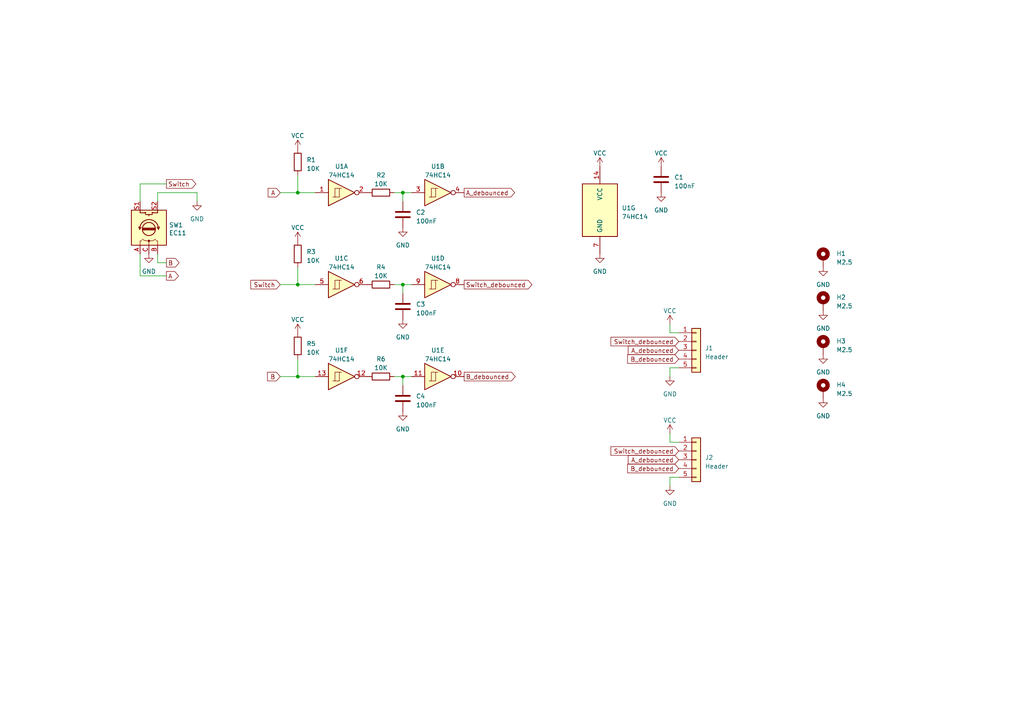
<source format=kicad_sch>
(kicad_sch (version 20211123) (generator eeschema)
  (paper "A4")
  (lib_symbols
    (symbol "74xx:74HC14" (pin_names (offset 1.016))
      (property "Reference" "U" (at 0 1.27 0))
      (property "Value" "74HC14" (at 0 -1.27 0))
      (symbol "74HC14_1_0"
        (polyline (pts (xy -3.81 3.81) (xy -3.81 -3.81) (xy 3.81 0) (xy -3.81 3.81)) (stroke (width 0.254)) (fill (type background)))
        (pin input line (at -7.62 0 0) (length 3.81) (name "~") (number "1"))
        (pin output inverted (at 7.62 0 180) (length 3.81) (name "~") (number "2"))
      )
      (symbol "74HC14_1_1"
        (polyline (pts (xy -1.905 -1.27) (xy -1.905 1.27) (xy -0.635 1.27)))
        (polyline (pts (xy -2.54 -1.27) (xy -0.635 -1.27) (xy -0.635 1.27) (xy 0 1.27)))
      )
      (symbol "74HC14_2_0"
        (polyline (pts (xy -3.81 3.81) (xy -3.81 -3.81) (xy 3.81 0) (xy -3.81 3.81)) (stroke (width 0.254)) (fill (type background)))
        (pin input line (at -7.62 0 0) (length 3.81) (name "~") (number "3"))
        (pin output inverted (at 7.62 0 180) (length 3.81) (name "~") (number "4"))
      )
      (symbol "74HC14_2_1"
        (polyline (pts (xy -1.905 -1.27) (xy -1.905 1.27) (xy -0.635 1.27)))
        (polyline (pts (xy -2.54 -1.27) (xy -0.635 -1.27) (xy -0.635 1.27) (xy 0 1.27)))
      )
      (symbol "74HC14_3_0"
        (polyline (pts (xy -3.81 3.81) (xy -3.81 -3.81) (xy 3.81 0) (xy -3.81 3.81)) (stroke (width 0.254)) (fill (type background)))
        (pin input line (at -7.62 0 0) (length 3.81) (name "~") (number "5"))
        (pin output inverted (at 7.62 0 180) (length 3.81) (name "~") (number "6"))
      )
      (symbol "74HC14_3_1"
        (polyline (pts (xy -1.905 -1.27) (xy -1.905 1.27) (xy -0.635 1.27)))
        (polyline (pts (xy -2.54 -1.27) (xy -0.635 -1.27) (xy -0.635 1.27) (xy 0 1.27)))
      )
      (symbol "74HC14_4_0"
        (polyline (pts (xy -3.81 3.81) (xy -3.81 -3.81) (xy 3.81 0) (xy -3.81 3.81)) (stroke (width 0.254)) (fill (type background)))
        (pin output inverted (at 7.62 0 180) (length 3.81) (name "~") (number "8"))
        (pin input line (at -7.62 0 0) (length 3.81) (name "~") (number "9"))
      )
      (symbol "74HC14_4_1"
        (polyline (pts (xy -1.905 -1.27) (xy -1.905 1.27) (xy -0.635 1.27)))
        (polyline (pts (xy -2.54 -1.27) (xy -0.635 -1.27) (xy -0.635 1.27) (xy 0 1.27)))
      )
      (symbol "74HC14_5_0"
        (polyline (pts (xy -3.81 3.81) (xy -3.81 -3.81) (xy 3.81 0) (xy -3.81 3.81)) (stroke (width 0.254)) (fill (type background)))
        (pin output inverted (at 7.62 0 180) (length 3.81) (name "~") (number "10"))
        (pin input line (at -7.62 0 0) (length 3.81) (name "~") (number "11"))
      )
      (symbol "74HC14_5_1"
        (polyline (pts (xy -1.905 -1.27) (xy -1.905 1.27) (xy -0.635 1.27)))
        (polyline (pts (xy -2.54 -1.27) (xy -0.635 -1.27) (xy -0.635 1.27) (xy 0 1.27)))
      )
      (symbol "74HC14_6_0"
        (polyline (pts (xy -3.81 3.81) (xy -3.81 -3.81) (xy 3.81 0) (xy -3.81 3.81)) (stroke (width 0.254)) (fill (type background)))
        (pin output inverted (at 7.62 0 180) (length 3.81) (name "~") (number "12"))
        (pin input line (at -7.62 0 0) (length 3.81) (name "~") (number "13"))
      )
      (symbol "74HC14_6_1"
        (polyline (pts (xy -1.905 -1.27) (xy -1.905 1.27) (xy -0.635 1.27)))
        (polyline (pts (xy -2.54 -1.27) (xy -0.635 -1.27) (xy -0.635 1.27) (xy 0 1.27)))
      )
      (symbol "74HC14_7_0"
        (pin power_in line (at 0 12.7 270) (length 5.08) (name "VCC") (number "14"))
        (pin power_in line (at 0 -12.7 90) (length 5.08) (name "GND") (number "7"))
      )
      (symbol "74HC14_7_1"
        (rectangle (start -5.08 7.62) (end 5.08 -7.62) (stroke (width 0.254)) (fill (type background)))
      )
    )
    (symbol "Connector_Generic:Conn_01x05" (pin_names (offset 1.016) hide)
      (property "Reference" "J" (at 0 7.62 0))
      (property "Value" "Conn_01x05" (at 0 -7.62 0))
      (symbol "Conn_01x05_1_1"
        (rectangle (start -1.27 -4.953) (end 0 -5.207) (stroke (width 0.1524)))
        (rectangle (start -1.27 -2.413) (end 0 -2.667) (stroke (width 0.1524)))
        (rectangle (start -1.27 0.127) (end 0 -0.127) (stroke (width 0.1524)))
        (rectangle (start -1.27 2.667) (end 0 2.413) (stroke (width 0.1524)))
        (rectangle (start -1.27 5.207) (end 0 4.953) (stroke (width 0.1524)))
        (rectangle (start -1.27 6.35) (end 1.27 -6.35) (stroke (width 0.254)) (fill (type background)))
        (pin passive line (at -5.08 5.08 0) (length 3.81) (name "Pin_1") (number "1"))
        (pin passive line (at -5.08 2.54 0) (length 3.81) (name "Pin_2") (number "2"))
        (pin passive line (at -5.08 0 0) (length 3.81) (name "Pin_3") (number "3"))
        (pin passive line (at -5.08 -2.54 0) (length 3.81) (name "Pin_4") (number "4"))
        (pin passive line (at -5.08 -5.08 0) (length 3.81) (name "Pin_5") (number "5"))
      )
    )
    (symbol "Device:C" (pin_numbers hide) (pin_names (offset 0.254))
      (property "Reference" "C" (at 0.635 2.54 0))
      (property "Value" "C" (at 0.635 -2.54 0))
      (symbol "C_0_1"
        (polyline (pts (xy -2.032 -0.762) (xy 2.032 -0.762)) (stroke (width 0.508)))
        (polyline (pts (xy -2.032 0.762) (xy 2.032 0.762)) (stroke (width 0.508)))
      )
      (symbol "C_1_1"
        (pin passive line (at 0 3.81 270) (length 2.794) (name "~") (number "1"))
        (pin passive line (at 0 -3.81 90) (length 2.794) (name "~") (number "2"))
      )
    )
    (symbol "Device:R" (pin_numbers hide) (pin_names (offset 0))
      (property "Reference" "R" (at 2.032 0 90))
      (property "Value" "R" (at 0 0 90))
      (symbol "R_0_1"
        (rectangle (start -1.016 -2.54) (end 1.016 2.54) (stroke (width 0.254)))
      )
      (symbol "R_1_1"
        (pin passive line (at 0 3.81 270) (length 1.27) (name "~") (number "1"))
        (pin passive line (at 0 -3.81 90) (length 1.27) (name "~") (number "2"))
      )
    )
    (symbol "Device:RotaryEncoder_Switch" (pin_names (offset 0.254) hide)
      (property "Reference" "SW" (at 0 6.604 0))
      (property "Value" "RotaryEncoder_Switch" (at 0 -6.604 0))
      (symbol "RotaryEncoder_Switch_0_1"
        (rectangle (start -5.08 5.08) (end 5.08 -5.08) (stroke (width 0.254)) (fill (type background)))
        (circle (center -3.81 0) (radius 0.254) (fill (type outline)))
        (arc (start -0.381 -2.794) (mid 2.3622 -0.0508) (end -0.381 2.667) (stroke (width 0.254)))
        (circle (center -0.381 0) (radius 1.905) (stroke (width 0.254)))
        (polyline (pts (xy -0.635 -1.778) (xy -0.635 1.778)) (stroke (width 0.254)))
        (polyline (pts (xy -0.381 -1.778) (xy -0.381 1.778)) (stroke (width 0.254)))
        (polyline (pts (xy -0.127 1.778) (xy -0.127 -1.778)) (stroke (width 0.254)))
        (polyline (pts (xy 3.81 0) (xy 3.429 0)) (stroke (width 0.254)))
        (polyline (pts (xy 3.81 1.016) (xy 3.81 -1.016)) (stroke (width 0.254)))
        (polyline (pts (xy -5.08 -2.54) (xy -3.81 -2.54) (xy -3.81 -2.032)))
        (polyline (pts (xy -5.08 2.54) (xy -3.81 2.54) (xy -3.81 2.032)))
        (polyline (pts (xy 0.254 -3.048) (xy -0.508 -2.794) (xy 0.127 -2.413)) (stroke (width 0.254)))
        (polyline (pts (xy 0.254 2.921) (xy -0.508 2.667) (xy 0.127 2.286)) (stroke (width 0.254)))
        (polyline (pts (xy 5.08 -2.54) (xy 4.318 -2.54) (xy 4.318 -1.016)) (stroke (width 0.254)))
        (polyline (pts (xy 5.08 2.54) (xy 4.318 2.54) (xy 4.318 1.016)) (stroke (width 0.254)))
        (polyline (pts (xy -5.08 0) (xy -3.81 0) (xy -3.81 -1.016) (xy -3.302 -2.032)))
        (polyline (pts (xy -4.318 0) (xy -3.81 0) (xy -3.81 1.016) (xy -3.302 2.032)))
        (circle (center 4.318 -1.016) (radius 0.127) (stroke (width 0.254)))
        (circle (center 4.318 1.016) (radius 0.127) (stroke (width 0.254)))
      )
      (symbol "RotaryEncoder_Switch_1_1"
        (pin passive line (at -7.62 2.54 0) (length 2.54) (name "A") (number "A"))
        (pin passive line (at -7.62 -2.54 0) (length 2.54) (name "B") (number "B"))
        (pin passive line (at -7.62 0 0) (length 2.54) (name "C") (number "C"))
        (pin passive line (at 7.62 2.54 180) (length 2.54) (name "S1") (number "S1"))
        (pin passive line (at 7.62 -2.54 180) (length 2.54) (name "S2") (number "S2"))
      )
    )
    (symbol "Mechanical:MountingHole_Pad" (pin_numbers hide) (pin_names (offset 1.016) hide)
      (property "Reference" "H" (at 0 6.35 0))
      (property "Value" "MountingHole_Pad" (at 0 4.445 0))
      (symbol "MountingHole_Pad_0_1"
        (circle (center 0 1.27) (radius 1.27) (stroke (width 1.27)))
      )
      (symbol "MountingHole_Pad_1_1"
        (pin input line (at 0 -2.54 90) (length 2.54) (name "1") (number "1"))
      )
    )
    (symbol "power:GND" (power) (pin_names (offset 0))
      (property "Value" "GND" (at 0 -3.81 0))
      (symbol "GND_0_1"
        (polyline (pts (xy 0 0) (xy 0 -1.27) (xy 1.27 -1.27) (xy 0 -2.54) (xy -1.27 -1.27) (xy 0 -1.27)))
      )
      (symbol "GND_1_1"
        (pin power_in line (at 0 0 270) (length 0) hide (name "GND") (number "1"))
      )
    )
    (symbol "power:VCC" (power) (pin_names (offset 0))
      (property "Value" "VCC" (at 0 3.81 0))
      (symbol "VCC_0_1"
        (polyline (pts (xy -0.762 1.27) (xy 0 2.54)))
        (polyline (pts (xy 0 0) (xy 0 2.54)))
        (polyline (pts (xy 0 2.54) (xy 0.762 1.27)))
      )
      (symbol "VCC_1_1"
        (pin power_in line (at 0 0 90) (length 0) hide (name "VCC") (number "1"))
      )
    )
  )
  (junction (at 86.36 82.55) (diameter 0.9144))
  (junction (at 116.84 109.22) (diameter 0.9144))
  (junction (at 86.36 109.22) (diameter 0.9144))
  (junction (at 86.36 55.88) (diameter 0.9144))
  (junction (at 116.84 82.55) (diameter 0.9144))
  (junction (at 116.84 55.88) (diameter 0.9144))
  (wire (pts (xy 116.84 109.22) (xy 116.84 111.76)))
  (wire (pts (xy 81.28 109.22) (xy 86.36 109.22)))
  (wire (pts (xy 86.36 104.14) (xy 86.36 109.22)))
  (wire (pts (xy 86.36 109.22) (xy 91.44 109.22)))
  (wire (pts (xy 45.72 55.88) (xy 57.15 55.88)))
  (wire (pts (xy 57.15 58.42) (xy 57.15 55.88)))
  (wire (pts (xy 194.31 138.43) (xy 194.31 140.97)))
  (wire (pts (xy 196.85 138.43) (xy 194.31 138.43)))
  (wire (pts (xy 194.31 128.27) (xy 194.31 125.73)))
  (wire (pts (xy 116.84 55.88) (xy 116.84 58.42)))
  (wire (pts (xy 114.3 82.55) (xy 116.84 82.55)))
  (wire (pts (xy 116.84 82.55) (xy 119.38 82.55)))
  (wire (pts (xy 45.72 58.42) (xy 45.72 55.88)))
  (wire (pts (xy 194.31 106.68) (xy 194.31 109.22)))
  (wire (pts (xy 196.85 106.68) (xy 194.31 106.68)))
  (wire (pts (xy 114.3 55.88) (xy 116.84 55.88)))
  (wire (pts (xy 116.84 55.88) (xy 119.38 55.88)))
  (wire (pts (xy 86.36 77.47) (xy 86.36 82.55)))
  (wire (pts (xy 40.64 53.34) (xy 40.64 58.42)))
  (wire (pts (xy 45.72 73.66) (xy 45.72 76.2)))
  (wire (pts (xy 48.26 76.2) (xy 45.72 76.2)))
  (wire (pts (xy 86.36 82.55) (xy 91.44 82.55)))
  (wire (pts (xy 196.85 128.27) (xy 194.31 128.27)))
  (wire (pts (xy 40.64 53.34) (xy 48.26 53.34)))
  (wire (pts (xy 40.64 73.66) (xy 40.64 80.01)))
  (wire (pts (xy 40.64 80.01) (xy 48.26 80.01)))
  (wire (pts (xy 116.84 82.55) (xy 116.84 85.09)))
  (wire (pts (xy 81.28 55.88) (xy 86.36 55.88)))
  (wire (pts (xy 194.31 96.52) (xy 194.31 93.98)))
  (wire (pts (xy 196.85 96.52) (xy 194.31 96.52)))
  (wire (pts (xy 81.28 82.55) (xy 86.36 82.55)))
  (wire (pts (xy 114.3 109.22) (xy 116.84 109.22)))
  (wire (pts (xy 116.84 109.22) (xy 119.38 109.22)))
  (wire (pts (xy 86.36 50.8) (xy 86.36 55.88)))
  (wire (pts (xy 86.36 55.88) (xy 91.44 55.88)))
  (global_label "A_debounced" (shape input) (at 196.85 101.6 180) (property "Intersheet References" "${INTERSHEET_REFS}" (effects hide)))
  (global_label "Switch" (shape output) (at 48.26 53.34 0) (property "Intersheet References" "${INTERSHEET_REFS}" (effects hide)))
  (global_label "A_debounced" (shape input) (at 196.85 133.35 180) (property "Intersheet References" "${INTERSHEET_REFS}" (effects hide)))
  (global_label "B_debounced" (shape input) (at 196.85 104.14 180) (property "Intersheet References" "${INTERSHEET_REFS}" (effects hide)))
  (global_label "Switch_debounced" (shape input) (at 196.85 130.81 180) (property "Intersheet References" "${INTERSHEET_REFS}" (effects hide)))
  (global_label "B_debounced" (shape input) (at 196.85 135.89 180) (property "Intersheet References" "${INTERSHEET_REFS}" (effects hide)))
  (global_label "A" (shape input) (at 81.28 55.88 180) (property "Intersheet References" "${INTERSHEET_REFS}" (effects hide)))
  (global_label "Switch_debounced" (shape output) (at 134.62 82.55 0) (property "Intersheet References" "${INTERSHEET_REFS}" (effects hide)))
  (global_label "Switch" (shape input) (at 81.28 82.55 180) (property "Intersheet References" "${INTERSHEET_REFS}" (effects hide)))
  (global_label "B" (shape input) (at 81.28 109.22 180) (property "Intersheet References" "${INTERSHEET_REFS}" (effects hide)))
  (global_label "A_debounced" (shape output) (at 134.62 55.88 0) (property "Intersheet References" "${INTERSHEET_REFS}" (effects hide)))
  (global_label "Switch_debounced" (shape input) (at 196.85 99.06 180) (property "Intersheet References" "${INTERSHEET_REFS}" (effects hide)))
  (global_label "B_debounced" (shape output) (at 134.62 109.22 0) (property "Intersheet References" "${INTERSHEET_REFS}" (effects hide)))
  (global_label "A" (shape output) (at 48.26 80.01 0) (property "Intersheet References" "${INTERSHEET_REFS}" (effects hide)))
  (global_label "B" (shape output) (at 48.26 76.2 0) (property "Intersheet References" "${INTERSHEET_REFS}" (effects hide)))
  (symbol (lib_id "power:GND") (at 191.77 55.88 0) (unit 1)
    (property "Reference" "#PWR04" (effects hide))
    (property "Value" "GND" (at 191.77 60.96 0))
  )
  (symbol (lib_id "power:GND") (at 238.76 77.47 0) (mirror y) (unit 1)
    (property "Reference" "#PWR010" (effects hide))
    (property "Value" "GND" (at 238.76 82.55 0))
  )
  (symbol (lib_id "Device:R") (at 86.36 46.99 0) (unit 1)
    (property "Reference" "R1" (at 88.9 46.3549 0) (effects (justify left)))
    (property "Value" "10K" (at 88.9 48.8949 0) (effects (justify left)))
    (property "Footprint" "Resistor_SMD:R_0603_1608Metric_Pad0.98x0.95mm_HandSolder" (effects hide))
  )
  (symbol (lib_id "power:GND") (at 194.31 109.22 0) (mirror y) (unit 1)
    (property "Reference" "#PWR016" (effects hide))
    (property "Value" "GND" (at 194.31 114.3 0))
  )
  (symbol (lib_id "Mechanical:MountingHole_Pad") (at 238.76 87.63 0) (unit 1)
    (property "Reference" "H2" (at 242.57 86.2329 0) (effects (justify left)))
    (property "Value" "M2.5" (at 242.57 88.7729 0) (effects (justify left)))
    (property "Footprint" "MountingHole:MountingHole_2.7mm_M2.5_ISO7380_Pad_TopBottom" (effects hide))
  )
  (symbol (lib_id "74xx:74HC14") (at 127 82.55 0) (unit 4)
    (property "Reference" "U1" (at 127 74.93 0))
    (property "Value" "74HC14" (at 127 77.47 0))
    (property "Footprint" "Package_SO:SOIC-14_3.9x8.7mm_P1.27mm" (effects hide))
    (property "Datasheet" "http://www.ti.com/lit/gpn/sn74HC14" (effects hide))
  )
  (symbol (lib_id "power:GND") (at 43.18 73.66 0) (unit 1)
    (property "Reference" "#PWR08" (effects hide))
    (property "Value" "GND" (at 43.18 78.74 0))
  )
  (symbol (lib_id "power:VCC") (at 86.36 96.52 0) (unit 1)
    (property "Reference" "#PWR014" (effects hide))
    (property "Value" "VCC" (at 86.36 92.71 0))
  )
  (symbol (lib_id "Device:C") (at 191.77 52.07 0) (unit 1)
    (property "Reference" "C1" (at 195.58 51.4349 0) (effects (justify left)))
    (property "Value" "100nF" (at 195.58 53.9749 0) (effects (justify left)))
    (property "Footprint" "Capacitor_SMD:C_0603_1608Metric_Pad1.08x0.95mm_HandSolder" (effects hide))
  )
  (symbol (lib_id "power:GND") (at 173.99 73.66 0) (unit 1)
    (property "Reference" "#PWR09" (effects hide))
    (property "Value" "GND" (at 173.99 78.74 0))
  )
  (symbol (lib_id "Device:C") (at 116.84 62.23 0) (unit 1)
    (property "Reference" "C2" (at 120.65 61.5949 0) (effects (justify left)))
    (property "Value" "100nF" (at 120.65 64.1349 0) (effects (justify left)))
    (property "Footprint" "Capacitor_SMD:C_0603_1608Metric_Pad1.08x0.95mm_HandSolder" (effects hide))
  )
  (symbol (lib_id "Device:R") (at 86.36 73.66 0) (unit 1)
    (property "Reference" "R3" (at 88.9 73.0249 0) (effects (justify left)))
    (property "Value" "10K" (at 88.9 75.5649 0) (effects (justify left)))
    (property "Footprint" "Resistor_SMD:R_0603_1608Metric_Pad0.98x0.95mm_HandSolder" (effects hide))
  )
  (symbol (lib_id "74xx:74HC14") (at 127 109.22 0) (unit 5)
    (property "Reference" "U1" (at 127 101.6 0))
    (property "Value" "74HC14" (at 127 104.14 0))
    (property "Footprint" "Package_SO:SOIC-14_3.9x8.7mm_P1.27mm" (effects hide))
    (property "Datasheet" "http://www.ti.com/lit/gpn/sn74HC14" (effects hide))
  )
  (symbol (lib_id "Mechanical:MountingHole_Pad") (at 238.76 74.93 0) (unit 1)
    (property "Reference" "H1" (at 242.57 73.5329 0) (effects (justify left)))
    (property "Value" "M2.5" (at 242.57 76.0729 0) (effects (justify left)))
    (property "Footprint" "MountingHole:MountingHole_2.7mm_M2.5_ISO7380_Pad_TopBottom" (effects hide))
  )
  (symbol (lib_id "74xx:74HC14") (at 127 55.88 0) (unit 2)
    (property "Reference" "U1" (at 127 48.26 0))
    (property "Value" "74HC14" (at 127 50.8 0))
    (property "Footprint" "Package_SO:SOIC-14_3.9x8.7mm_P1.27mm" (effects hide))
    (property "Datasheet" "http://www.ti.com/lit/gpn/sn74HC14" (effects hide))
  )
  (symbol (lib_id "Connector_Generic:Conn_01x05") (at 201.93 133.35 0) (unit 1)
    (property "Reference" "J2" (at 204.47 132.7149 0) (effects (justify left)))
    (property "Value" "Header" (at 204.47 135.2549 0) (effects (justify left)))
    (property "Footprint" "Connector_PinHeader_2.54mm:PinHeader_1x05_P2.54mm_Vertical" (effects hide))
  )
  (symbol (lib_id "power:GND") (at 116.84 66.04 0) (unit 1)
    (property "Reference" "#PWR06" (effects hide))
    (property "Value" "GND" (at 116.84 71.12 0))
  )
  (symbol (lib_id "power:VCC") (at 86.36 43.18 0) (unit 1)
    (property "Reference" "#PWR01" (effects hide))
    (property "Value" "VCC" (at 86.36 39.37 0))
  )
  (symbol (lib_id "power:GND") (at 238.76 102.87 0) (mirror y) (unit 1)
    (property "Reference" "#PWR015" (effects hide))
    (property "Value" "GND" (at 238.76 107.95 0))
  )
  (symbol (lib_id "Device:R") (at 110.49 109.22 90) (unit 1)
    (property "Reference" "R6" (at 110.49 104.14 90))
    (property "Value" "10K" (at 110.49 106.68 90))
    (property "Footprint" "Resistor_SMD:R_0603_1608Metric_Pad0.98x0.95mm_HandSolder" (effects hide))
  )
  (symbol (lib_id "power:GND") (at 116.84 92.71 0) (unit 1)
    (property "Reference" "#PWR012" (effects hide))
    (property "Value" "GND" (at 116.84 97.79 0))
  )
  (symbol (lib_id "74xx:74HC14") (at 99.06 55.88 0) (unit 1)
    (property "Reference" "U1" (at 99.06 48.26 0))
    (property "Value" "74HC14" (at 99.06 50.8 0))
    (property "Footprint" "Package_SO:SOIC-14_3.9x8.7mm_P1.27mm" (effects hide))
    (property "Datasheet" "http://www.ti.com/lit/gpn/sn74HC14" (effects hide))
  )
  (symbol (lib_id "Mechanical:MountingHole_Pad") (at 238.76 113.03 0) (unit 1)
    (property "Reference" "H4" (at 242.57 111.6329 0) (effects (justify left)))
    (property "Value" "M2.5" (at 242.57 114.1729 0) (effects (justify left)))
    (property "Footprint" "MountingHole:MountingHole_2.7mm_M2.5_ISO7380_Pad_TopBottom" (effects hide))
  )
  (symbol (lib_id "Mechanical:MountingHole_Pad") (at 238.76 100.33 0) (unit 1)
    (property "Reference" "H3" (at 242.57 98.9329 0) (effects (justify left)))
    (property "Value" "M2.5" (at 242.57 101.4729 0) (effects (justify left)))
    (property "Footprint" "MountingHole:MountingHole_2.7mm_M2.5_ISO7380_Pad_TopBottom" (effects hide))
  )
  (symbol (lib_id "74xx:74HC14") (at 99.06 82.55 0) (unit 3)
    (property "Reference" "U1" (at 99.06 74.93 0))
    (property "Value" "74HC14" (at 99.06 77.47 0))
    (property "Footprint" "Package_SO:SOIC-14_3.9x8.7mm_P1.27mm" (effects hide))
    (property "Datasheet" "http://www.ti.com/lit/gpn/sn74HC14" (effects hide))
  )
  (symbol (lib_id "power:VCC") (at 86.36 69.85 0) (unit 1)
    (property "Reference" "#PWR07" (effects hide))
    (property "Value" "VCC" (at 86.36 66.04 0))
  )
  (symbol (lib_id "Connector_Generic:Conn_01x05") (at 201.93 101.6 0) (unit 1)
    (property "Reference" "J1" (at 204.47 100.9649 0) (effects (justify left)))
    (property "Value" "Header" (at 204.47 103.5049 0) (effects (justify left)))
    (property "Footprint" "Connector_PinHeader_2.54mm:PinHeader_1x05_P2.54mm_Vertical" (effects hide))
  )
  (symbol (lib_id "power:GND") (at 238.76 115.57 0) (mirror y) (unit 1)
    (property "Reference" "#PWR017" (effects hide))
    (property "Value" "GND" (at 238.76 120.65 0))
  )
  (symbol (lib_id "Device:C") (at 116.84 115.57 0) (unit 1)
    (property "Reference" "C4" (at 120.65 114.9349 0) (effects (justify left)))
    (property "Value" "100nF" (at 120.65 117.4749 0) (effects (justify left)))
    (property "Footprint" "Capacitor_SMD:C_0603_1608Metric_Pad1.08x0.95mm_HandSolder" (effects hide))
  )
  (symbol (lib_id "Device:C") (at 116.84 88.9 0) (unit 1)
    (property "Reference" "C3" (at 120.65 88.2649 0) (effects (justify left)))
    (property "Value" "100nF" (at 120.65 90.8049 0) (effects (justify left)))
    (property "Footprint" "Capacitor_SMD:C_0603_1608Metric_Pad1.08x0.95mm_HandSolder" (effects hide))
  )
  (symbol (lib_id "power:GND") (at 57.15 58.42 0) (unit 1)
    (property "Reference" "#PWR05" (effects hide))
    (property "Value" "GND" (at 57.15 63.5 0))
  )
  (symbol (lib_id "Device:R") (at 86.36 100.33 0) (unit 1)
    (property "Reference" "R5" (at 88.9 99.6949 0) (effects (justify left)))
    (property "Value" "10K" (at 88.9 102.2349 0) (effects (justify left)))
    (property "Footprint" "Resistor_SMD:R_0603_1608Metric_Pad0.98x0.95mm_HandSolder" (effects hide))
  )
  (symbol (lib_id "Device:R") (at 110.49 82.55 90) (unit 1)
    (property "Reference" "R4" (at 110.49 77.47 90))
    (property "Value" "10K" (at 110.49 80.01 90))
    (property "Footprint" "Resistor_SMD:R_0603_1608Metric_Pad0.98x0.95mm_HandSolder" (effects hide))
  )
  (symbol (lib_id "Device:RotaryEncoder_Switch") (at 43.18 66.04 90) (unit 1)
    (property "Reference" "SW1" (at 49.0221 65.2791 90) (effects (justify right)))
    (property "Value" "EC11" (at 49.0221 67.5778 90) (effects (justify right)))
    (property "Footprint" "Rotary_Encoder:RotaryEncoder_Alps_EC11E-Switch_Vertical_H20mm" (effects hide))
  )
  (symbol (lib_id "Device:R") (at 110.49 55.88 90) (unit 1)
    (property "Reference" "R2" (at 110.49 50.8 90))
    (property "Value" "10K" (at 110.49 53.34 90))
    (property "Footprint" "Resistor_SMD:R_0603_1608Metric_Pad0.98x0.95mm_HandSolder" (effects hide))
  )
  (symbol (lib_id "power:GND") (at 194.31 140.97 0) (mirror y) (unit 1)
    (property "Reference" "#PWR020" (effects hide))
    (property "Value" "GND" (at 194.31 146.05 0))
  )
  (symbol (lib_id "74xx:74HC14") (at 99.06 109.22 0) (unit 6)
    (property "Reference" "U1" (at 99.06 101.6 0))
    (property "Value" "74HC14" (at 99.06 104.14 0))
    (property "Footprint" "Package_SO:SOIC-14_3.9x8.7mm_P1.27mm" (effects hide))
    (property "Datasheet" "http://www.ti.com/lit/gpn/sn74HC14" (effects hide))
  )
  (symbol (lib_id "power:GND") (at 238.76 90.17 0) (mirror y) (unit 1)
    (property "Reference" "#PWR011" (effects hide))
    (property "Value" "GND" (at 238.76 95.25 0))
  )
  (symbol (lib_id "power:VCC") (at 194.31 125.73 0) (mirror y) (unit 1)
    (property "Reference" "#PWR019" (effects hide))
    (property "Value" "VCC" (at 194.31 121.92 0))
  )
  (symbol (lib_id "power:VCC") (at 194.31 93.98 0) (mirror y) (unit 1)
    (property "Reference" "#PWR013" (effects hide))
    (property "Value" "VCC" (at 194.31 90.17 0))
  )
  (symbol (lib_id "power:GND") (at 116.84 119.38 0) (unit 1)
    (property "Reference" "#PWR018" (effects hide))
    (property "Value" "GND" (at 116.84 124.46 0))
  )
  (symbol (lib_id "power:VCC") (at 173.99 48.26 0) (unit 1)
    (property "Reference" "#PWR02" (effects hide))
    (property "Value" "VCC" (at 173.99 44.45 0))
  )
  (symbol (lib_id "74xx:74HC14") (at 173.99 60.96 0) (unit 7)
    (property "Reference" "U1" (at 180.34 60.3249 0) (effects (justify left)))
    (property "Value" "74HC14" (at 180.34 62.8649 0) (effects (justify left)))
    (property "Footprint" "Package_SO:SOIC-14_3.9x8.7mm_P1.27mm" (effects hide))
    (property "Datasheet" "http://www.ti.com/lit/gpn/sn74HC14" (effects hide))
  )
  (symbol (lib_id "power:VCC") (at 191.77 48.26 0) (unit 1)
    (property "Reference" "#PWR03" (effects hide))
    (property "Value" "VCC" (at 191.77 44.45 0))
  )
)
</source>
